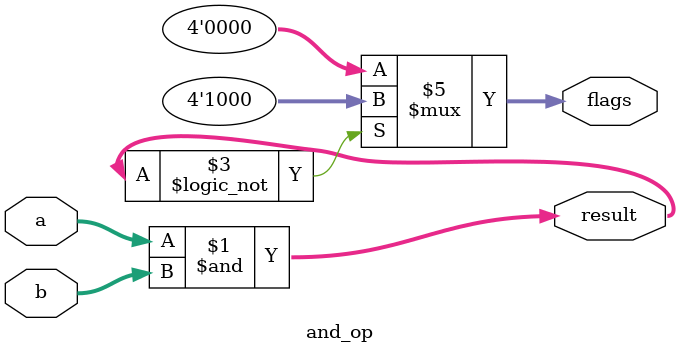
<source format=sv>
module and_op #(parameter N=32)
(
  input logic [N-1:0] a,
  input logic [N-1:0] b,
  output logic [N-1:0] result,
  output logic [3:0] flags
);

  assign result = a & b;
  
  //definimos el orden de los flags como (Z)(N)(C)(V)
  
  always @(result)
    begin
      if(result == 32'd0)
	     flags=4'b1000;
	   else
	     flags=4'b0000;
    end
endmodule 
</source>
